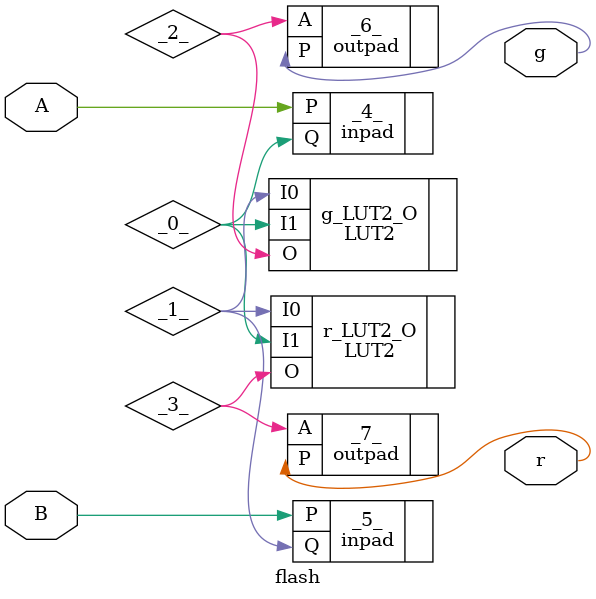
<source format=v>
/* Generated by Yosys 0.9+2406 (git sha1 ca763e6d5, gcc 10.2.1-6 -fPIC -Os) */

(* top =  1  *)
(* src = "/data/data/com.termux/files/home/fpga-examples/assign1//helloworldfpga.v:1.1-15.10" *)
module flash(A, B, r, g);
  wire _0_;
  wire _1_;
  wire _2_;
  wire _3_;
  (* src = "/data/data/com.termux/files/home/fpga-examples/assign1//helloworldfpga.v:2.9-2.10" *)
  input A;
  (* src = "/data/data/com.termux/files/home/fpga-examples/assign1//helloworldfpga.v:3.9-3.10" *)
  input B;
  (* src = "/data/data/com.termux/files/home/fpga-examples/assign1//helloworldfpga.v:5.15-5.16" *)
  output g;
  (* src = "/data/data/com.termux/files/home/fpga-examples/assign1//helloworldfpga.v:4.15-4.16" *)
  output r;
  (* keep = 32'd1 *)
  inpad #(
    .IO_LOC({0{1'b0}}),
    .IO_PAD({0{1'b0}}),
    .IO_TYPE({0{1'b0}})
  ) _4_ (
    .P(A),
    .Q(_0_)
  );
  (* keep = 32'd1 *)
  inpad #(
    .IO_LOC("X16Y32"),
    .IO_PAD("31"),
    .IO_TYPE("BIDIR")
  ) _5_ (
    .P(B),
    .Q(_1_)
  );
  (* keep = 32'd1 *)
  outpad #(
    .IO_LOC("X10Y32"),
    .IO_PAD("27"),
    .IO_TYPE("BIDIR")
  ) _6_ (
    .A(_2_),
    .P(g)
  );
  (* keep = 32'd1 *)
  outpad #(
    .IO_LOC("X12Y32"),
    .IO_PAD("28"),
    .IO_TYPE("BIDIR")
  ) _7_ (
    .A(_3_),
    .P(r)
  );
  (* module_not_derived = 32'd1 *)
  (* src = "/bin/../share/yosys/quicklogic/pp3_lut_map.v:32.63-32.110" *)
  LUT2 #(
    .EQN("(I0*I1)"),
    .INIT(4'h8)
  ) g_LUT2_O (
    .I0(_1_),
    .I1(_0_),
    .O(_2_)
  );
  (* module_not_derived = 32'd1 *)
  (* src = "/bin/../share/yosys/quicklogic/pp3_lut_map.v:32.63-32.110" *)
  LUT2 #(
    .EQN("(I0*~I1)+(~I0*I1)"),
    .INIT(4'h6)
  ) r_LUT2_O (
    .I0(_1_),
    .I1(_0_),
    .O(_3_)
  );
endmodule

</source>
